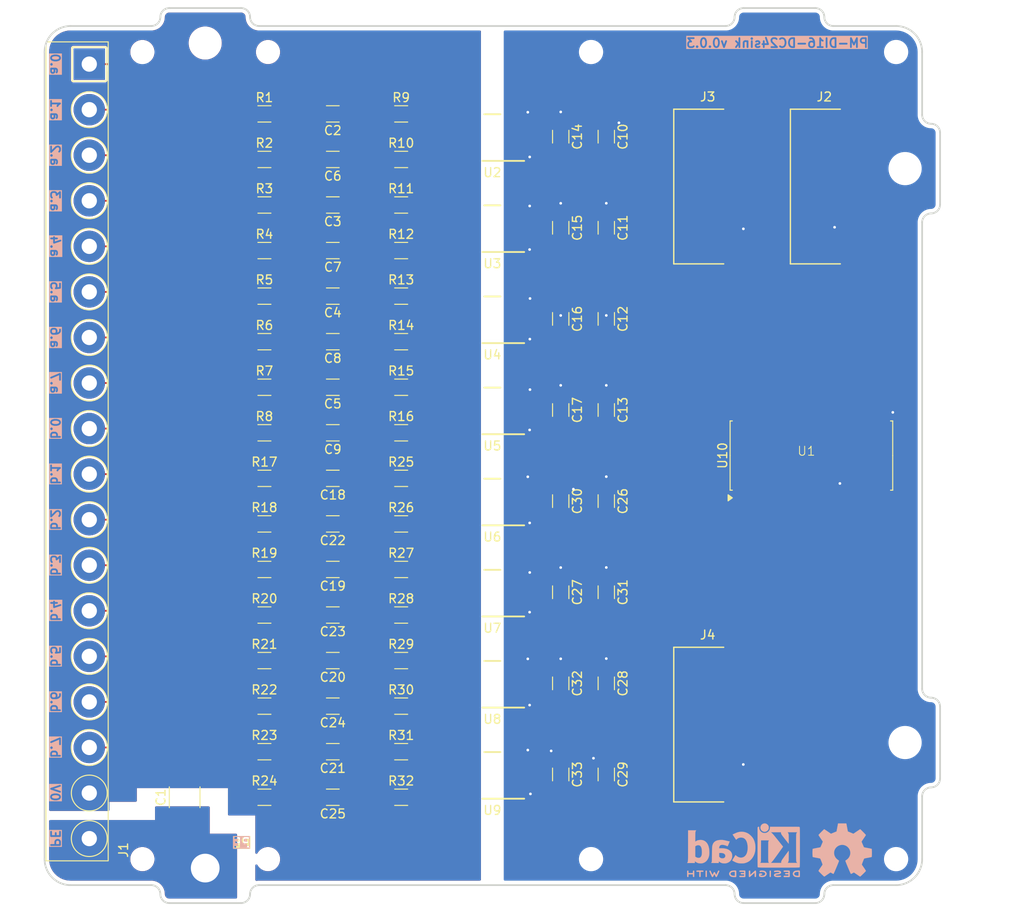
<source format=kicad_pcb>
(kicad_pcb (version 20240108) (generator "pcbnew") (generator_version "8.0")
  (title_block (title "${article} v${version}"))
  (layers (0 "F.Cu" signal) (31 "B.Cu" signal) (34 "B.Paste" user) (35 "F.Paste" user) (36 "B.SilkS" user "B.Silkscreen") (37 "F.SilkS" user "F.Silkscreen") (38 "B.Mask" user) (39 "F.Mask" user) (44 "Edge.Cuts" user))
  (property "article" "PM-DI16-DC24sink")
  (property "version" "0.0.3")
  (net 0 "")
  (net 1 "FGND")
  (net 2 "PE")
  (net 3 "GND")
  (net 4 "/MOSI")
  (net 5 "/MISO")
  (net 6 "/SCK")
  (net 7 "Net-(U2-SENSE2)")
  (net 8 "Net-(U2-SENSE1)")
  (net 9 "Net-(U4-SENSE2)")
  (net 10 "Net-(U4-SENSE1)")
  (net 11 "Net-(U2-IN2)")
  (net 12 "Net-(U2-IN1)")
  (net 13 "Net-(U4-IN2)")
  (net 14 "Net-(U4-IN1)")
  (net 23 "Net-(U3-SENSE2)")
  (net 24 "Net-(U3-SENSE1)")
  (net 25 "Net-(U3-IN2)")
  (net 26 "Net-(U3-IN1)")
  (net 31 "Net-(U6-SENSE2)")
  (net 32 "Net-(U6-SENSE1)")
  (net 33 "Net-(U5-SENSE2)")
  (net 34 "Net-(U5-SENSE1)")
  (net 35 "Net-(U5-IN2)")
  (net 36 "Net-(U5-IN1)")
  (net 41 "Net-(U6-IN2)")
  (net 42 "Net-(U6-IN1)")
  (net 47 "Net-(U7-SENSE2)")
  (net 48 "Net-(U7-SENSE1)")
  (net 49 "Net-(U8-SENSE2)")
  (net 50 "Net-(U8-SENSE1)")
  (net 51 "Net-(U7-IN2)")
  (net 52 "Net-(U7-IN1)")
  (net 53 "Net-(U8-IN2)")
  (net 54 "Net-(U8-IN1)")
  (net 63 "+3.3V")
  (net 65 "Net-(U9-SENSE2)")
  (net 66 "Net-(U9-SENSE1)")
  (net 67 "Net-(U9-IN2)")
  (net 68 "Net-(U9-IN1)")
  (net 74 "/CS")
  (net 79 "/subplates/+5V")
  (net 80 "/a0.0-IS")
  (net 81 "/a0.2-IS")
  (net 82 "/a0.4-IS")
  (net 83 "/a0.1-IS")
  (net 84 "/a0.5-IS")
  (net 85 "/a0.7-IS")
  (net 86 "/a0.6-IS")
  (net 87 "/a0.3-IS")
  (net 88 "/b0.3-IS")
  (net 89 "/b0.2-IS")
  (net 90 "/b0.1-IS")
  (net 91 "/b0.4-IS")
  (net 92 "/b0.0-IS")
  (net 93 "/b0.7-IS")
  (net 94 "/b0.6-IS")
  (net 95 "/b0.5-IS")
  (net 96 "/a0.2")
  (net 97 "/a0.6")
  (net 98 "/b0.5")
  (net 99 "/a0.7")
  (net 100 "/b0.7")
  (net 101 "/a0.5")
  (net 102 "/b0.1")
  (net 103 "/b0.6")
  (net 104 "/b0.4")
  (net 105 "/b0.3")
  (net 106 "/a0.4")
  (net 107 "/b0.0")
  (net 108 "/a0.3")
  (net 109 "/a0.1")
  (net 110 "/b0.2")
  (net 111 "/a0.0")
  (footprint "Resistor_SMD:R_1206_3216Metric_Pad1.30x1.75mm_HandSolder" (layer "F.Cu") (at 65.24 62.7)
    (property "Reference" "R9")
    (property "Value" "562R")
  )
  (footprint "Capacitor_SMD:C_1206_3216Metric_Pad1.33x1.80mm_HandSolder" (layer "F.Cu") (at 88.1 85.56 -90)
    (property "Reference" "C12")
    (property "Value" "100nF")
  )
  (footprint "kicad_inventree_lib:DBQ0016A_M" (layer "F.Cu") (at 75.4 85.56 180)
    (property "Reference" "U4")
    (property "Value" "ISO1212DBQ")
  )
  (footprint "Capacitor_SMD:C_1206_3216Metric_Pad1.33x1.80mm_HandSolder" (layer "F.Cu") (at 57.62 103.34 180)
    (property "Reference" "C18")
    (property "Value" "330nF")
  )
  (footprint "Resistor_SMD:R_1206_3216Metric_Pad1.30x1.75mm_HandSolder" (layer "F.Cu") (at 65.24 118.58)
    (property "Reference" "R28")
    (property "Value" "562R")
  )
  (footprint "Resistor_SMD:R_1206_3216Metric_Pad1.30x1.75mm_HandSolder" (layer "F.Cu") (at 50 72.86)
    (property "Reference" "R3")
    (property "Value" "1k")
  )
  (footprint "Capacitor_SMD:C_1206_3216Metric_Pad1.33x1.80mm_HandSolder" (layer "F.Cu") (at 57.62 72.86 180)
    (property "Reference" "C3")
    (property "Value" "330nF")
  )
  (footprint "Resistor_SMD:R_1206_3216Metric_Pad1.30x1.75mm_HandSolder" (layer "F.Cu") (at 50 138.9)
    (property "Reference" "R24")
    (property "Value" "1k")
  )
  (footprint "Capacitor_SMD:C_1206_3216Metric_Pad1.33x1.80mm_HandSolder" (layer "F.Cu") (at 57.62 77.94 180)
    (property "Reference" "C7")
    (property "Value" "330nF")
  )
  (footprint "Resistor_SMD:R_1206_3216Metric_Pad1.30x1.75mm_HandSolder" (layer "F.Cu") (at 50 83.02)
    (property "Reference" "R5")
    (property "Value" "1k")
  )
  (footprint "Capacitor_SMD:C_1206_3216Metric_Pad1.33x1.80mm_HandSolder" (layer "F.Cu") (at 88.1 136.36 -90)
    (property "Reference" "C29")
    (property "Value" "100nF")
  )
  (footprint "Resistor_SMD:R_1206_3216Metric_Pad1.30x1.75mm_HandSolder" (layer "F.Cu") (at 65.24 123.66)
    (property "Reference" "R29")
    (property "Value" "562R")
  )
  (footprint "Resistor_SMD:R_1206_3216Metric_Pad1.30x1.75mm_HandSolder" (layer "F.Cu") (at 50 98.26)
    (property "Reference" "R8")
    (property "Value" "1k")
  )
  (footprint "Capacitor_SMD:C_1206_3216Metric_Pad1.33x1.80mm_HandSolder" (layer "F.Cu") (at 57.62 108.42 180)
    (property "Reference" "C22")
    (property "Value" "330nF")
  )
  (footprint "Capacitor_SMD:C_1206_3216Metric_Pad1.33x1.80mm_HandSolder" (layer "F.Cu") (at 88.1 126.2 -90)
    (property "Reference" "C28")
    (property "Value" "100nF")
  )
  (footprint "Capacitor_SMD:C_1206_3216Metric_Pad1.33x1.80mm_HandSolder" (layer "F.Cu") (at 57.62 93.18 180)
    (property "Reference" "C5")
    (property "Value" "330nF")
  )
  (footprint "Capacitor_SMD:C_1206_3216Metric_Pad1.33x1.80mm_HandSolder" (layer "F.Cu") (at 83.02 95.72 -90)
    (property "Reference" "C17")
    (property "Value" "1uF")
  )
  (footprint "Capacitor_SMD:C_1206_3216Metric_Pad1.33x1.80mm_HandSolder" (layer "F.Cu") (at 57.62 128.74 180)
    (property "Reference" "C24")
    (property "Value" "330nF")
  )
  (footprint "Resistor_SMD:R_1206_3216Metric_Pad1.30x1.75mm_HandSolder" (layer "F.Cu") (at 50 118.58)
    (property "Reference" "R20")
    (property "Value" "1k")
  )
  (footprint "Resistor_SMD:R_1206_3216Metric_Pad1.30x1.75mm_HandSolder" (layer "F.Cu") (at 65.24 98.26)
    (property "Reference" "R16")
    (property "Value" "562R")
  )
  (footprint "kicad_inventree_lib:CONN10_AFA07-S10_JUS" (layer "F.Cu") (at 98.4 70.8 -90)
    (property "Reference" "J3")
    (property "Value" "AFA07-S10FCC-00")
  )
  (footprint "Resistor_SMD:R_1206_3216Metric_Pad1.30x1.75mm_HandSolder" (layer "F.Cu") (at 65.24 72.86)
    (property "Reference" "R11")
    (property "Value" "562R")
  )
  (footprint "kicad_inventree_lib:DBQ0016A_M" (layer "F.Cu") (at 75.4 126.2 180)
    (property "Reference" "U8")
    (property "Value" "ISO1212DBQ")
  )
  (footprint "Capacitor_SMD:C_1206_3216Metric_Pad1.33x1.80mm_HandSolder" (layer "F.Cu") (at 83.02 65.24 -90)
    (property "Reference" "C14")
    (property "Value" "1uF")
  )
  (footprint "Resistor_SMD:R_1206_3216Metric_Pad1.30x1.75mm_HandSolder" (layer "F.Cu") (at 50 62.7)
    (property "Reference" "R1")
    (property "Value" "1k")
  )
  (footprint "Capacitor_SMD:C_1206_3216Metric_Pad1.33x1.80mm_HandSolder" (layer "F.Cu") (at 57.62 83.02 180)
    (property "Reference" "C4")
    (property "Value" "330nF")
  )
  (footprint "Capacitor_SMD:C_1206_3216Metric_Pad1.33x1.80mm_HandSolder" (layer "F.Cu") (at 57.62 123.66 180)
    (property "Reference" "C20")
    (property "Value" "330nF")
  )
  (footprint "kicad_inventree_lib:PE" (layer "F.Cu") (at 43.4 146.8)
    (property "Reference" "PE1" (hide yes))
    (property "Value" "PE")
  )
  (footprint "Resistor_SMD:R_1206_3216Metric_Pad1.30x1.75mm_HandSolder" (layer "F.Cu") (at 65.24 128.74)
    (property "Reference" "R30")
    (property "Value" "562R")
  )
  (footprint "Capacitor_SMD:C_1206_3216Metric_Pad1.33x1.80mm_HandSolder" (layer "F.Cu") (at 88.1 116.04 -90)
    (property "Reference" "C31")
    (property "Value" "1uF")
  )
  (footprint "Resistor_SMD:R_1206_3216Metric_Pad1.30x1.75mm_HandSolder" (layer "F.Cu") (at 50 108.42)
    (property "Reference" "R18")
    (property "Value" "1k")
  )
  (footprint "NextPCB:Degson_2EDGR-5.08-18P" (layer "F.Cu") (at 30.48 57.15 -90)
    (property "Reference" "J1")
    (property "Value" "2EDGR-5.08-18P")
  )
  (footprint "Capacitor_SMD:C_1206_3216Metric_Pad1.33x1.80mm_HandSolder" (layer "F.Cu") (at 57.62 62.7 180)
    (property "Reference" "C2")
    (property "Value" "330nF")
  )
  (footprint "Resistor_SMD:R_1206_3216Metric_Pad1.30x1.75mm_HandSolder" (layer "F.Cu") (at 65.24 67.78)
    (property "Reference" "R10")
    (property "Value" "562R")
  )
  (footprint "MountingHole:MountingHole_3.2mm_M3" (layer "F.Cu") (at 43.4 54.8)
    (property "Reference" "H1" (hide yes))
    (property "Value" "MountingHole")
  )
  (footprint "Resistor_SMD:R_1206_3216Metric_Pad1.30x1.75mm_HandSolder" (layer "F.Cu") (at 50 103.34)
    (property "Reference" "R17")
    (property "Value" "1k")
  )
  (footprint "kicad_inventree_lib:CONN10_AFA07-S10_JUS" (layer "F.Cu") (at 98.4 130.8 -90)
    (property "Reference" "J4")
    (property "Value" "AFA07-S10FCC-00")
  )
  (footprint "MountingHole:MountingHole_3.2mm_M3" (layer "F.Cu") (at 121.4 132.8)
    (property "Reference" "H3" (hide yes))
    (property "Value" "MountingHole")
  )
  (footprint "kicad_inventree_lib:DBQ0016A_M" (layer "F.Cu") (at 75.4 116.04 180)
    (property "Reference" "U7")
    (property "Value" "ISO1212DBQ")
  )
  (footprint "Capacitor_SMD:C_1206_3216Metric_Pad1.33x1.80mm_HandSolder" (layer "F.Cu") (at 88.1 95.72 -90)
    (property "Reference" "C13")
    (property "Value" "100nF")
  )
  (footprint "Package_SO:SOIC-28W_7.5x17.9mm_P1.27mm" (layer "F.Cu") (at 110.96 100.8 90)
    (property "Reference" "U10")
    (property "Value" "MCP23S17_SO")
  )
  (footprint "Resistor_SMD:R_1206_3216Metric_Pad1.30x1.75mm_HandSolder" (layer "F.Cu") (at 65.24 77.94)
    (property "Reference" "R12")
    (property "Value" "562R")
  )
  (footprint "Capacitor_SMD:C_1206_3216Metric_Pad1.33x1.80mm_HandSolder" (layer "F.Cu") (at 57.62 88.1 180)
    (property "Reference" "C8")
    (property "Value" "330nF")
  )
  (footprint "Resistor_SMD:R_1206_3216Metric_Pad1.30x1.75mm_HandSolder" (layer "F.Cu") (at 50 123.66)
    (property "Reference" "R21")
    (property "Value" "1k")
  )
  (footprint "Capacitor_SMD:C_1206_3216Metric_Pad1.33x1.80mm_HandSolder" (layer "F.Cu") (at 57.62 133.82 180)
    (property "Reference" "C21")
    (property "Value" "330nF")
  )
  (footprint "Resistor_SMD:R_1206_3216Metric_Pad1.30x1.75mm_HandSolder" (layer "F.Cu") (at 50 88.1)
    (property "Reference" "R6")
    (property "Value" "1k")
  )
  (footprint "Resistor_SMD:R_1206_3216Metric_Pad1.30x1.75mm_HandSolder" (layer "F.Cu") (at 65.24 108.42)
    (property "Reference" "R26")
    (property "Value" "562R")
  )
  (footprint "Capacitor_SMD:C_1206_3216Metric_Pad1.33x1.80mm_HandSolder" (layer "F.Cu") (at 83.02 116.04 -90)
    (property "Reference" "C27")
    (property "Value" "100nF")
  )
  (footprint "Resistor_SMD:R_1206_3216Metric_Pad1.30x1.75mm_HandSolder" (layer "F.Cu") (at 50 77.94)
    (property "Reference" "R4")
    (property "Value" "1k")
  )
  (footprint "Capacitor_SMD:C_1812_4532Metric_Pad1.57x3.40mm_HandSolder" (layer "F.Cu") (at 41.11 138.9 90)
    (property "Reference" "C1")
    (property "Value" "4.7nF 2kV")
  )
  (footprint "Resistor_SMD:R_1206_3216Metric_Pad1.30x1.75mm_HandSolder" (layer "F.Cu") (at 50 67.78)
    (property "Reference" "R2")
    (property "Value" "1k")
  )
  (footprint "Resistor_SMD:R_1206_3216Metric_Pad1.30x1.75mm_HandSolder" (layer "F.Cu") (at 50 93.18)
    (property "Reference" "R7")
    (property "Value" "1k")
  )
  (footprint "kicad_inventree_lib:PM-LED_v0.0.1" (layer "F.Cu") (at 40.4 100.8)
    (property "Reference" "U12" (hide yes))
    (property "Value" "PM-LED16_v0.0.1")
  )
  (footprint "Capacitor_SMD:C_1206_3216Metric_Pad1.33x1.80mm_HandSolder" (layer "F.Cu") (at 83.02 75.4 -90)
    (property "Reference" "C15")
    (property "Value" "1uF")
  )
  (footprint "Capacitor_SMD:C_1206_3216Metric_Pad1.33x1.80mm_HandSolder" (layer "F.Cu") (at 57.62 118.58 180)
    (property "Reference" "C23")
    (property "Value" "330nF")
  )
  (footprint "Resistor_SMD:R_1206_3216Metric_Pad1.30x1.75mm_HandSolder" (layer "F.Cu") (at 65.24 138.9)
    (property "Reference" "R32")
    (property "Value" "562R")
  )
  (footprint "Capacitor_SMD:C_1206_3216Metric_Pad1.33x1.80mm_HandSolder" (layer "F.Cu") (at 57.62 138.9 180)
    (property "Reference" "C25")
    (property "Value" "330nF")
  )
  (footprint "Capacitor_SMD:C_1206_3216Metric_Pad1.33x1.80mm_HandSolder" (layer "F.Cu") (at 83.02 126.2 -90)
    (property "Reference" "C32")
    (property "Value" "1uF")
  )
  (footprint "Capacitor_SMD:C_1206_3216Metric_Pad1.33x1.80mm_HandSolder" (layer "F.Cu") (at 88.1 75.4 -90)
    (property "Reference" "C11")
    (property "Value" "100nF")
  )
  (footprint "Capacitor_SMD:C_1206_3216Metric_Pad1.33x1.80mm_HandSolder" (layer "F.Cu") (at 88.1 65.24 -90)
    (property "Reference" "C10")
    (property "Value" "100nF")
  )
  (footprint "kicad_inventree_lib:DBQ0016A_M" (layer "F.Cu") (at 75.4 105.88 180)
    (property "Reference" "U6")
    (property "Value" "ISO1212DBQ")
  )
  (footprint "Capacitor_SMD:C_1206_3216Metric_Pad1.33x1.80mm_HandSolder" (layer "F.Cu") (at 83.02 85.56 -90)
    (property "Reference" "C16")
    (property "Value" "1uF")
  )
  (footprint "Resistor_SMD:R_1206_3216Metric_Pad1.30x1.75mm_HandSolder" (layer "F.Cu") (at 65.24 113.5)
    (property "Reference" "R27")
    (property "Value" "562R")
  )
  (footprint "Capacitor_SMD:C_1206_3216Metric_Pad1.33x1.80mm_HandSolder" (layer "F.Cu") (at 57.62 98.26 180)
    (property "Reference" "C9")
    (property "Value" "330nF")
  )
  (footprint "Capacitor_SMD:C_1206_3216Metric_Pad1.33x1.80mm_HandSolder" (layer "F.Cu") (at 83.02 105.88 -90)
    (property "Reference" "C30")
    (property "Value" "1uF")
  )
  (footprint "kicad_inventree_lib:DBQ0016A_M" (layer "F.Cu") (at 75.4 75.4 180)
    (property "Reference" "U3")
    (property "Value" "ISO1212DBQ")
  )
  (footprint "Capacitor_SMD:C_1206_3216Metric_Pad1.33x1.80mm_HandSolder" (layer "F.Cu") (at 57.62 67.78 180)
    (property "Reference" "C6")
    (property "Value" "330nF")
  )
  (footprint "Resistor_SMD:R_1206_3216Metric_Pad1.30x1.75mm_HandSolder" (layer "F.Cu") (at 65.24 93.18)
    (property "Reference" "R15")
    (property "Value" "562R")
  )
  (footprint "kicad_inventree_lib:DBQ0016A_M" (layer "F.Cu") (at 75.4 95.72 180)
    (property "Reference" "U5")
    (property "Value" "ISO1212DBQ")
  )
  (footprint "kicad_inventree_lib:DBQ0016A_M" (layer "F.Cu") (at 75.4 136.36 180)
    (property "Reference" "U9")
    (property "Value" "ISO1212DBQ")
  )
  (footprint "kicad_inventree_lib:DBQ0016A_M" (layer "F.Cu") (at 75.4 65.24 180)
    (property "Reference" "U2")
    (property "Value" "ISO1212DBQ")
  )
  (footprint "kicad_inventree_lib:CONN10_AFA07-S10_JUS" (layer "F.Cu") (at 111.4 70.8 -90)
    (property "Reference" "J2")
    (property "Value" "AFA07-S10FCC-00")
  )
  (footprint "Resistor_SMD:R_1206_3216Metric_Pad1.30x1.75mm_HandSolder" (layer "F.Cu") (at 65.24 133.82)
    (property "Reference" "R31")
    (property "Value" "562R")
  )
  (footprint "Capacitor_SMD:C_1206_3216Metric_Pad1.33x1.80mm_HandSolder" (layer "F.Cu") (at 83.02 136.36 -90)
    (property "Reference" "C33")
    (property "Value" "1uF")
  )
  (footprint "Resistor_SMD:R_1206_3216Metric_Pad1.30x1.75mm_HandSolder" (layer "F.Cu") (at 65.24 83.02)
    (property "Reference" "R13")
    (property "Value" "562R")
  )
  (footprint "Resistor_SMD:R_1206_3216Metric_Pad1.30x1.75mm_HandSolder" (layer "F.Cu") (at 65.24 103.34)
    (property "Reference" "R25")
    (property "Value" "562R")
  )
  (footprint "Resistor_SMD:R_1206_3216Metric_Pad1.30x1.75mm_HandSolder" (layer "F.Cu") (at 65.24 88.1)
    (property "Reference" "R14")
    (property "Value" "562R")
  )
  (footprint "MountingHole:MountingHole_3.2mm_M3" (layer "F.Cu") (at 121.4 68.8)
    (property "Reference" "H2" (hide yes))
    (property "Value" "MountingHole")
  )
  (footprint "Capacitor_SMD:C_1206_3216Metric_Pad1.33x1.80mm_HandSolder" (layer "F.Cu") (at 88.1 105.88 -90)
    (property "Reference" "C26")
    (property "Value" "100nF")
  )
  (footprint "Resistor_SMD:R_1206_3216Metric_Pad1.30x1.75mm_HandSolder" (layer "F.Cu") (at 50 133.82)
    (property "Reference" "R23")
    (property "Value" "1k")
  )
  (footprint "Resistor_SMD:R_1206_3216Metric_Pad1.30x1.75mm_HandSolder" (layer "F.Cu") (at 50 113.5)
    (property "Reference" "R19")
    (property "Value" "1k")
  )
  (footprint "Resistor_SMD:R_1206_3216Metric_Pad1.30x1.75mm_HandSolder" (layer "F.Cu") (at 50 128.74)
    (property "Reference" "R22")
    (property "Value" "1k")
  )
  (footprint "kicad_inventree_lib:PM-ESP32C3_v0.0.2" (layer "F.Cu") (at 110.4 100.8)
    (property "Reference" "U1")
    (property "Value" "~")
  )
  (footprint "Capacitor_SMD:C_1206_3216Metric_Pad1.33x1.80mm_HandSolder" (layer "F.Cu") (at 57.62 113.5 180)
    (property "Reference" "C19")
    (property "Value" "330nF")
  )
  (footprint "Symbol:OSHW-Symbol_6.7x6mm_SilkScreen" (layer "B.Cu") (at 114.4 144.8 180)
    (property "Reference" "oshw_logo" (hide yes))
    (property "Value" "OSHW-Symbol_6.7x6mm_SilkScreen" (hide yes))
  )
  (footprint "Symbol:KiCad-Logo2_5mm_SilkScreen" (layer "B.Cu") (at 103.4 144.8 180)
    (property "Reference" "kicad_logo" (hide yes))
    (property "Value" "KiCad-Logo2_5mm_SilkScreen" (hide yes))
  )
  (gr_line (start 47.4 150.7) (end 39.4 150.7) (stroke (width 0.2)) (layer "Edge.Cuts"))
  (gr_line (start 39.4 50.9) (end 47.4 50.9) (stroke (width 0.2)) (layer "Edge.Cuts"))
  (gr_arc (start 111.4 50.9) (mid 112.107107 51.192893) (end 112.4 51.9) (stroke (width 0.2)) (layer "Edge.Cuts"))
  (gr_arc (start 47.4 50.9) (mid 48.107107 51.192893) (end 48.4 51.9) (stroke (width 0.2)) (layer "Edge.Cuts"))
  (gr_line (start 103.4 50.9) (end 111.4 50.9) (stroke (width 0.2)) (layer "Edge.Cuts"))
  (gr_line (start 101.4 52.9) (end 49.4 52.9) (stroke (width 0.2)) (layer "Edge.Cuts"))
  (gr_line (start 125.3 128.8) (end 125.3 136.8) (stroke (width 0.2)) (layer "Edge.Cuts"))
  (gr_arc (start 124.3 63.8) (mid 125.007107 64.092893) (end 125.3 64.8) (stroke (width 0.2)) (layer "Edge.Cuts"))
  (gr_arc (start 102.4 51.9) (mid 102.692893 51.192893) (end 103.4 50.9) (stroke (width 0.2)) (layer "Edge.Cuts"))
  (gr_arc (start 124.3 127.8) (mid 123.592893 127.507107) (end 123.3 126.8) (stroke (width 0.2)) (layer "Edge.Cuts"))
  (gr_line (start 113.4 52.9) (end 120.4 52.9) (stroke (width 0.2)) (layer "Edge.Cuts"))
  (gr_line (start 123.3 55.8) (end 123.3 62.8) (stroke (width 0.2)) (layer "Edge.Cuts"))
  (gr_arc (start 38.4 51.9) (mid 38.107107 52.607107) (end 37.4 52.9) (stroke (width 0.2)) (layer "Edge.Cuts"))
  (gr_arc (start 49.4 52.9) (mid 48.692893 52.607107) (end 48.4 51.9) (stroke (width 0.2)) (layer "Edge.Cuts"))
  (gr_line (start 25.5 55.8) (end 25.5 145.8) (stroke (width 0.2)) (layer "Edge.Cuts"))
  (gr_line (start 28.4 52.9) (end 37.4 52.9) (stroke (width 0.2)) (layer "Edge.Cuts"))
  (gr_arc (start 125.3 72.8) (mid 125.007107 73.507107) (end 124.3 73.8) (stroke (width 0.2)) (layer "Edge.Cuts"))
  (gr_line (start 37.4 148.7) (end 28.4 148.7) (stroke (width 0.2)) (layer "Edge.Cuts"))
  (gr_arc (start 112.4 149.7) (mid 112.692893 148.992893) (end 113.4 148.7) (stroke (width 0.2)) (layer "Edge.Cuts"))
  (gr_arc (start 37.4 148.7) (mid 38.107107 148.992893) (end 38.4 149.7) (stroke (width 0.2)) (layer "Edge.Cuts"))
  (gr_line (start 120.4 148.7) (end 113.4 148.7) (stroke (width 0.2)) (layer "Edge.Cuts"))
  (gr_arc (start 123.3 138.8) (mid 123.592893 138.092893) (end 124.3 137.8) (stroke (width 0.2)) (layer "Edge.Cuts"))
  (gr_arc (start 48.4 149.7) (mid 48.107107 150.407107) (end 47.4 150.7) (stroke (width 0.2)) (layer "Edge.Cuts"))
  (gr_arc (start 120.4 52.9) (mid 122.45061 53.74939) (end 123.3 55.8) (stroke (width 0.2)) (layer "Edge.Cuts"))
  (gr_arc (start 113.4 52.9) (mid 112.692893 52.607107) (end 112.4 51.9) (stroke (width 0.2)) (layer "Edge.Cuts"))
  (gr_arc (start 125.3 136.8) (mid 125.007107 137.507107) (end 124.3 137.8) (stroke (width 0.2)) (layer "Edge.Cuts"))
  (gr_arc (start 123.3 74.8) (mid 123.592893 74.092893) (end 124.3 73.8) (stroke (width 0.2)) (layer "Edge.Cuts"))
  (gr_arc (start 102.4 51.9) (mid 102.107107 52.607107) (end 101.4 52.9) (stroke (width 0.2)) (layer "Edge.Cuts"))
  (gr_line (start 111.4 150.7) (end 103.4 150.7) (stroke (width 0.2)) (layer "Edge.Cuts"))
  (gr_line (start 123.3 138.8) (end 123.3 145.8) (stroke (width 0.2)) (layer "Edge.Cuts"))
  (gr_arc (start 123.3 145.8) (mid 122.45061 147.85061) (end 120.4 148.7) (stroke (width 0.2)) (layer "Edge.Cuts"))
  (gr_arc (start 48.4 149.7) (mid 48.692893 148.992893) (end 49.4 148.7) (stroke (width 0.2)) (layer "Edge.Cuts"))
  (gr_arc (start 38.4 51.9) (mid 38.692893 51.192893) (end 39.4 50.9) (stroke (width 0.2)) (layer "Edge.Cuts"))
  (gr_arc (start 25.5 55.8) (mid 26.34939 53.74939) (end 28.4 52.9) (stroke (width 0.2)) (layer "Edge.Cuts"))
  (gr_arc (start 39.4 150.7) (mid 38.692893 150.407107) (end 38.4 149.7) (stroke (width 0.2)) (layer "Edge.Cuts"))
  (gr_arc (start 103.4 150.7) (mid 102.692893 150.407107) (end 102.4 149.7) (stroke (width 0.2)) (layer "Edge.Cuts"))
  (gr_arc (start 124.3 127.8) (mid 125.007107 128.092893) (end 125.3 128.8) (stroke (width 0.2)) (layer "Edge.Cuts"))
  (gr_arc (start 112.4 149.7) (mid 112.107107 150.407107) (end 111.4 150.7) (stroke (width 0.2)) (layer "Edge.Cuts"))
  (gr_arc (start 101.4 148.7) (mid 102.107107 148.992893) (end 102.4 149.7) (stroke (width 0.2)) (layer "Edge.Cuts"))
  (gr_line (start 125.3 64.8) (end 125.3 72.8) (stroke (width 0.2)) (layer "Edge.Cuts"))
  (gr_arc (start 124.3 63.8) (mid 123.592893 63.507107) (end 123.3 62.8) (stroke (width 0.2)) (layer "Edge.Cuts"))
  (gr_line (start 49.4 148.7) (end 101.4 148.7) (stroke (width 0.2)) (layer "Edge.Cuts"))
  (gr_line (start 123.3 126.8) (end 123.3 74.8) (stroke (width 0.2)) (layer "Edge.Cuts"))
  (gr_arc (start 28.4 148.7) (mid 26.34939 147.85061) (end 25.5 145.8) (stroke (width 0.2)) (layer "Edge.Cuts"))
  (gr_text "b.0" (at 26.67 97.79 270) (layer "B.SilkS" knockout) (effects (font (size 1 1) (thickness 0.2) (bold yes)) (justify mirror)))
  (gr_text "a.2" (at 26.67 67.31 270) (layer "B.SilkS" knockout) (effects (font (size 1 1) (thickness 0.2) (bold yes)) (justify mirror)))
  (gr_text "a.5" (at 26.67 82.55 270) (layer "B.SilkS" knockout) (effects (font (size 1 1) (thickness 0.2) (bold yes)) (justify mirror)))
  (gr_text "a.6" (at 26.67 87.63 270) (layer "B.SilkS" knockout) (effects (font (size 1 1) (thickness 0.2) (bold yes)) (justify mirror)))
  (gr_text "PE" (at 26.67 143.51 270) (layer "B.SilkS" knockout) (effects (font (size 1 1) (thickness 0.2) (bold yes)) (justify mirror)))
  (gr_text "0V" (at 26.67 138.43 270) (layer "B.SilkS" knockout) (effects (font (size 1 1) (thickness 0.2) (bold yes)) (justify mirror)))
  (gr_text "a.4" (at 26.67 77.47 270) (layer "B.SilkS" knockout) (effects (font (size 1 1) (thickness 0.2) (bold yes)) (justify mirror)))
  (gr_text "b.3" (at 26.67 113.03 270) (layer "B.SilkS" knockout) (effects (font (size 1 1) (thickness 0.2) (bold yes)) (justify mirror)))
  (gr_text "b.1" (at 26.67 102.87 270) (layer "B.SilkS" knockout) (effects (font (size 1 1) (thickness 0.2) (bold yes)) (justify mirror)))
  (gr_text "a.0" (at 26.67 57.15 270) (layer "B.SilkS" knockout) (effects (font (size 1 1) (thickness 0.2) (bold yes)) (justify mirror)))
  (gr_text "b.5" (at 26.67 123.19 270) (layer "B.SilkS" knockout) (effects (font (size 1 1) (thickness 0.2) (bold yes)) (justify mirror)))
  (gr_text "a.7" (at 26.67 92.71 270) (layer "B.SilkS" knockout) (effects (font (size 1 1) (thickness 0.2) (bold yes)) (justify mirror)))
  (gr_text "b.7" (at 26.67 133.35 270) (layer "B.SilkS" knockout) (effects (font (size 1 1) (thickness 0.2) (bold yes)) (justify mirror)))
  (gr_text "b.4" (at 26.67 118.11 270) (layer "B.SilkS" knockout) (effects (font (size 1 1) (thickness 0.2) (bold yes)) (justify mirror)))
  (gr_text "a.1" (at 26.67 62.23 270) (layer "B.SilkS" knockout) (effects (font (size 1 1) (thickness 0.2) (bold yes)) (justify mirror)))
  (gr_text "${article} v${version}" (at 117.4 54.8 0) (layer "B.SilkS" knockout) (effects (font (size 1 1) (thickness 0.2) (bold yes)) (justify left mirror)))
  (gr_text "a.3" (at 26.67 72.39 270) (layer "B.SilkS" knockout) (effects (font (size 1 1) (thickness 0.2) (bold yes)) (justify mirror)))
  (gr_text "b.6" (at 26.67 128.27 270) (layer "B.SilkS" knockout) (effects (font (size 1 1) (thickness 0.2) (bold yes)) (justify mirror)))
  (gr_text "PE" (at 47.46 143.98 -0) (layer "B.SilkS" knockout) (effects (font (size 1 1) (thickness 0.2) (bold yes)) (justify mirror)))
  (gr_text "b.2" (at 26.67 107.95 270) (layer "B.SilkS" knockout) (effects (font (size 1 1) (thickness 0.2) (bold yes)) (justify mirror)))
  (gr_text "PE" (at 47.46 143.98 0) (layer "F.SilkS" knockout) (effects (font (size 1 1) (thickness 0.2) (bold yes))))
  (segment (start 79.5798 87.815) (end 79.3842 87.815) (width 0.2) (layer "F.Cu") (net 3))
  (segment (start 79.3517 62.5144) (end 79.3517 63.0175) (width 0.2) (layer "F.Cu") (net 3))
  (segment (start 101.956 75.3) (end 103.1594 75.3) (width 0.2) (layer "F.Cu") (net 3))
  (segment (start 79.3517 123.47) (end 79.3517 123.9775) (width 0.2) (layer "F.Cu") (net 3))
  (segment (start 79.5532 77.824) (end 79.3517 77.6225) (width 0.2) (layer "F.Cu") (net 3))
  (segment (start 103.3681 135.247) (end 103.2124 135.247) (width 0.2) (layer "F.Cu") (net 3))
  (segment (start 88.1 83.9975) (end 88.1 85.1739) (width 0.2) (layer "F.Cu") (net 3))
  (segment (start 78.225 63.0175) (end 79.3517 63.0175) (width 0.2) (layer "F.Cu") (net 3))
  (segment (start 83.02 123.4609) (end 83.02 124.6375) (width 0.2) (layer "F.Cu") (net 3))
  (segment (start 79.6459 138.5288) (end 79.4054 138.5288) (width 0.2) (layer "F.Cu") (net 3))
  (segment (start 84.433 104.5454) (end 83.2479 104.5454) (width 0.2) (layer "F.Cu") (net 3))
  (segment (start 78.225 113.8175) (end 79.3517 113.8175) (width 0.2) (layer "F.Cu") (net 3))
  (segment (start 101.956 135.3) (end 103.1594 135.3) (width 0.2) (layer "F.Cu") (net 3))
  (segment (start 79.5642 67.5017) (end 79.3909 67.5017) (width 0.2) (layer "F.Cu") (net 3))
  (segment (start 78.225 93.4975) (end 79.3517 93.4975) (width 0.2) (layer "F.Cu") (net 3))
  (segment (start 86.6713 134.5476) (end 87.8501 134.5476) (width 0.2) (layer "F.Cu") (net 3))
  (segment (start 88.1 94.1575) (end 88.1 92.9694) (width 0.2) (layer "F.Cu") (net 3))
  (segment (start 103.3779 75.5185) (end 103.1594 75.3) (width 0.2) (layer "F.Cu") (net 3))
  (segment (start 79.3842 87.815) (end 79.3517 87.7825) (width 0.2) (layer "F.Cu") (net 3))
  (segment (start 81.9554 133.7329) (end 83.02 134.7975) (width 0.2) (layer "F.Cu") (net 3))
  (segment (start 79.3517 103.1665) (end 79.3517 103.6575) (width 0.2) (layer "F.Cu") (net 3))
  (segment (start 78.225 77.6225) (end 79.3517 77.6225) (width 0.2) (layer "F.Cu") (net 3))
  (segment (start 79.5559 97.9418) (end 79.3524 97.9418) (width 0.2) (layer "F.Cu") (net 3))
  (segment (start 78.225 103.6575) (end 79.3517 103.6575) (width 0.2) (layer "F.Cu") (net 3))
  (segment (start 78.225 87.7825) (end 79.3517 87.7825) (width 0.2) (layer "F.Cu") (net 3))
  (segment (start 79.3909 67.5017) (end 79.3517 67.4625) (width 0.2) (layer "F.Cu") (net 3))
  (segment (start 83.02 72.6683) (end 83.02 73.8375) (width 0.2) (layer "F.Cu") (net 3))
  (segment (start 78.225 67.4625) (end 79.3517 67.4625) (width 0.2) (layer "F.Cu") (net 3))
  (segment (start 83.2479 104.5454) (end 83.02 104.3175) (width 0.2) (layer "F.Cu") (net 3))
  (segment (start 113.5422 75.3417) (end 113.7109 75.3417) (width 0.2) (layer "F.Cu") (net 3))
  (segment (start 87.8501 134.5476) (end 88.1 134.7975) (width 0.2) (layer "F.Cu") (net 3))
  (segment (start 78.225 134.1375) (end 79.3517 134.1375) (width 0.2) (layer "F.Cu") (net 3))
  (segment (start 119.215 96.15) (end 116.675 96.15) (width 0.2) (layer "F.Cu") (net 3))
  (segment (start 78.225 97.9425) (end 79.3517 97.9425) (width 0.2) (layer "F.Cu") (net 3))
  (segment (start 83.02 114.4775) (end 83.02 113.2892) (width 0.2) (layer "F.Cu") (net 3))
  (segment (start 83.02 62.4825) (end 83.02 63.6775) (width 0.2) (layer "F.Cu") (net 3))
  (segment (start 114.135 103.9107) (end 114.135 105.45) (width 0.2) (layer "F.Cu") (net 3))
  (segment (start 79.3724 113.8382) (end 79.3517 113.8175) (width 0.2) (layer "F.Cu") (net 3))
  (segment (start 78.225 73.1775) (end 79.3517 73.1775) (width 0.2) (layer "F.Cu") (net 3))
  (segment (start 79.5605 108.3113) (end 79.3517 108.1025) (width 0.2) (layer "F.Cu") (net 3))
  (segment (start 79.4029 83.2863) (end 79.3517 83.3375) (width 0.2) (layer "F.Cu") (net 3))
  (segment (start 113.7109 75.3417) (end 113.7526 75.3) (width 0.2) (layer "F.Cu") (net 3))
  (segment (start 79.5999 83.2863) (end 79.4029 83.2863) (width 0.2) (layer "F.Cu") (net 3))
  (segment (start 103.2124 135.247) (end 103.1594 135.3) (width 0.2) (layer "F.Cu") (net 3))
  (segment (start 114.956 75.3) (end 113.7526 75.3) (width 0.2) (layer "F.Cu") (net 3))
  (segment (start 119.3833 95.9817) (end 119.215 96.15) (width 0.2) (layer "F.Cu") (net 3))
  (segment (start 78.225 138.5825) (end 79.3517 138.5825) (width 0.2) (layer "F.Cu") (net 3))
  (segment (start 79.3517 133.6388) (end 79.3517 134.1375) (width 0.2) (layer "F.Cu") (net 3))
  (segment (start 79.3524 97.9418) (end 79.3517 97.9425) (width 0.2) (layer "F.Cu") (net 3))
  (segment (start 88.1 103.1513) (end 88.1 104.3175) (width 0.2) (layer "F.Cu") (net 3))
  (segment (start 78.225 123.9775) (end 79.3517 123.9775) (width 0.2) (layer "F.Cu") (net 3))
  (segment (start 120.0312 95.9817) (end 119.3833 95.9817) (width 0.2) (layer "F.Cu") (net 3))
  (segment (start 79.4026 93.4466) (end 79.3517 93.4975) (width 0.2) (layer "F.Cu") (net 3))
  (segment (start 83.02 94.1575) (end 83.02 92.9683) (width 0.2) (layer "F.Cu") (net 3))
  (segment (start 88.1 73.8375) (end 88.1 72.6649) (width 0.2) (layer "F.Cu") (net 3))
  (segment (start 83.02 83.9975) (end 83.02 85.1773) (width 0.2) (layer "F.Cu") (net 3))
  (segment (start 88.1157 63.6932) (end 88.1 63.6775) (width 0.2) (layer "F.Cu") (net 3))
  (segment (start 88.1 123.4404) (end 88.1 124.6375) (width 0.2) (layer "F.Cu") (net 3))
  (segment (start 79.5936 93.4466) (end 79.4026 93.4466) (width 0.2) (layer "F.Cu") (net 3))
  (segment (start 79.5546 128.6254) (end 79.3517 128.4225) (width 0.2) (layer "F.Cu") (net 3))
  (segment (start 79.5687 113.8382) (end 79.3724 113.8382) (width 0.2) (layer "F.Cu") (net 3))
  (segment (start 79.5613 72.9679) (end 79.3517 73.1775) (width 0.2) (layer "F.Cu") (net 3))
  (segment (start 78.225 83.3375) (end 79.3517 83.3375) (width 0.2) (layer "F.Cu") (net 3))
  (segment (start 78.225 118.2625) (end 79.5541 118.2625) (width 0.2) (layer "F.Cu") (net 3))
  (segment (start 88.1 113.2797) (end 88.1 114.4775) (width 0.2) (layer "F.Cu") (net 3))
  (segment (start 78.225 128.4225) (end 79.3517 128.4225) (width 0.2) (layer "F.Cu") (net 3))
  (segment (start 89.5088 63.6932) (end 88.1157 63.6932) (width 0.2) (layer "F.Cu") (net 3))
  (segment (start 79.4054 138.5288) (end 79.3517 138.5825) (width 0.2) (layer "F.Cu") (net 3))
  (segment (start 78.225 108.1025) (end 79.3517 108.1025) (width 0.2) (layer "F.Cu") (net 3))
  (via (at 79.5936 93.4466) (size 0.6) (drill 0.3) (layers "F.Cu" "B.Cu") (net 3))
  (via (at 79.5541 118.2625) (size 0.6) (drill 0.3) (layers "F.Cu" "B.Cu") (net 3))
  (via (at 103.3779 75.5185) (size 0.6) (drill 0.3) (layers "F.Cu" "B.Cu") (net 3))
  (via (at 79.3517 103.1665) (size 0.6) (drill 0.3) (layers "F.Cu" "B.Cu") (net 3))
  (via (at 83.02 85.1773) (size 0.6) (drill 0.3) (layers "F.Cu" "B.Cu") (net 3))
  (via (at 79.3517 123.47) (size 0.6) (drill 0.3) (layers "F.Cu" "B.Cu") (net 3))
  (via (at 88.1 72.6649) (size 0.6) (drill 0.3) (layers "F.Cu" "B.Cu") (net 3))
  (via (at 83.02 123.4609) (size 0.6) (drill 0.3) (layers "F.Cu" "B.Cu") (net 3))
  (via (at 89.5088 63.6932) (size 0.6) (drill 0.3) (layers "F.Cu" "B.Cu") (net 3))
  (via (at 83.02 62.4825) (size 0.6) (drill 0.3) (layers "F.Cu" "B.Cu") (net 3))
  (via (at 79.5613 72.9679) (size 0.6) (drill 0.3) (layers "F.Cu" "B.Cu") (net 3))
  (via (at 79.6459 138.5288) (size 0.6) (drill 0.3) (layers "F.Cu" "B.Cu") (net 3))
  (via (at 86.6713 134.5476) (size 0.6) (drill 0.3) (layers "F.Cu" "B.Cu") (net 3))
  (via (at 103.3681 135.247) (size 0.6) (drill 0.3) (layers "F.Cu" "B.Cu") (net 3))
  (via (at 88.1 113.2797) (size 0.6) (drill 0.3) (layers "F.Cu" "B.Cu") (net 3))
  (via (at 79.3517 133.6388) (size 0.6) (drill 0.3) (layers "F.Cu" "B.Cu") (net 3))
  (via (at 83.02 72.6683) (size 0.6) (drill 0.3) (layers "F.Cu" "B.Cu") (net 3))
  (via (at 83.02 92.9683) (size 0.6) (drill 0.3) (layers "F.Cu" "B.Cu") (net 3))
  (via (at 84.433 104.5454) (size 0.6) (drill 0.3) (layers "F.Cu" "B.Cu") (net 3))
  (via (at 79.3517 62.5144) (size 0.6) (drill 0.3) (layers "F.Cu" "B.Cu") (net 3))
  (via (at 83.02 113.2892) (size 0.6) (drill 0.3) (layers "F.Cu" "B.Cu") (net 3))
  (via (at 79.5559 97.9418) (size 0.6) (drill 0.3) (layers "F.Cu" "B.Cu") (net 3))
  (via (at 114.135 103.9107) (size 0.6) (drill 0.3) (layers "F.Cu" "B.Cu") (net 3))
  (via (at 79.5605 108.3113) (size 0.6) (drill 0.3) (layers "F.Cu" "B.Cu") (net 3))
  (via (at 120.0312 95.9817) (size 0.6) (drill 0.3) (layers "F.Cu" "B.Cu") (net 3))
  (via (at 79.5999 83.2863) (size 0.6) (drill 0.3) (layers "F.Cu" "B.Cu") (net 3))
  (via (at 113.5422 75.3417) (size 0.6) (drill 0.3) (layers "F.Cu" "B.Cu") (net 3))
  (via (at 79.5546 128.6254) (size 0.6) (drill 0.3) (layers "F.Cu" "B.Cu") (net 3))
  (via (at 88.1 85.1739) (size 0.6) (drill 0.3) (layers "F.Cu" "B.Cu") (net 3))
  (via (at 88.1 92.9694) (size 0.6) (drill 0.3) (layers "F.Cu" "B.Cu") (net 3))
  (via (at 88.1 123.4404) (size 0.6) (drill 0.3) (layers "F.Cu" "B.Cu") (net 3))
  (via (at 79.5532 77.824) (size 0.6) (drill 0.3) (layers "F.Cu" "B.Cu") (net 3))
  (via (at 88.1 103.1513) (size 0.6) (drill 0.3) (layers "F.Cu" "B.Cu") (net 3))
  (via (at 81.9554 133.7329) (size 0.6) (drill 0.3) (layers "F.Cu" "B.Cu") (net 3))
  (via (at 79.5642 67.5017) (size 0.6) (drill 0.3) (layers "F.Cu" "B.Cu") (net 3))
  (via (at 79.5687 113.8382) (size 0.6) (drill 0.3) (layers "F.Cu" "B.Cu") (net 3))
  (via (at 79.5798 87.815) (size 0.6) (drill 0.3) (layers "F.Cu" "B.Cu") (net 3))
  (segment (start 116.1594 68.3) (end 121.4601 73.6007) (width 0.2) (layer "F.Cu") (net 4))
  (segment (start 119.503 106.8317) (end 118.8964 106.8317) (width 0.2) (layer "F.Cu") (net 4))
  (segment (start 118.8964 106.8317) (end 117.945 105.8803) (width 0.2) (layer "F.Cu") (net 4))
  (segment (start 114.956 68.3) (end 116.1594 68.3) (width 0.2) (layer "F.Cu") (net 4))
  (segment (start 121.4601 104.8746) (end 119.503 106.8317) (width 0.2) (layer "F.Cu") (net 4))
  (segment (start 117.945 105.8803) (end 117.945 105.45) (width 0.2) (layer "F.Cu") (net 4))
  (segment (start 121.4601 73.6007) (end 121.4601 104.8746) (width 0.2) (layer "F.Cu") (net 4))
  (segment (start 119.215 105.45) (end 121.0457 103.6193) (width 0.2) (layer "F.Cu") (net 5))
  (segment (start 121.0457 103.6193) (end 121.0457 74.1863) (width 0.2) (layer "F.Cu") (net 5))
  (segment (start 121.0457 74.1863) (end 116.1594 69.3) (width 0.2) (layer "F.Cu") (net 5))
  (segment (start 114.956 69.3) (end 116.1594 69.3) (width 0.2) (layer "F.Cu") (net 5))
  (segment (start 116.1594 70.3) (end 120.644 74.7846) (width 0.2) (layer "F.Cu") (net 6))
  (segment (start 120.644 74.7846) (end 120.644 97.0876) (width 0.2) (layer "F.Cu") (net 6))
  (segment (start 120.644 97.0876) (end 116.675 101.0566) (width 0.2) (layer "F.Cu") (net 6))
  (segment (start 116.675 101.0566) (end 116.675 105.45) (width 0.2) (layer "F.Cu") (net 6))
  (segment (start 114.956 70.3) (end 116.1594 70.3) (width 0.2) (layer "F.Cu") (net 6))
  (segment (start 52.8025 63.9525) (end 57.93 63.9525) (width 0.2) (layer "F.Cu") (net 7))
  (segment (start 65.2775 64.2875) (end 63.69 62.7) (width 0.2) (layer "F.Cu") (net 7))
  (segment (start 59.1825 62.7) (end 63.69 62.7) (width 0.2) (layer "F.Cu") (net 7))
  (segment (start 57.93 63.9525) (end 59.1825 62.7) (width 0.2) (layer "F.Cu") (net 7))
  (segment (start 51.55 62.7) (end 52.8025 63.9525) (width 0.2) (layer "F.Cu") (net 7))
  (segment (start 72.575 64.2875) (end 65.2775 64.2875) (width 0.2) (layer "F.Cu") (net 7))
  (segment (start 57.9302 69.0323) (end 52.8023 69.0323) (width 0.2) (layer "F.Cu") (net 8))
  (segment (start 63.69 67.78) (end 64.8806 68.9706) (width 0.2) (layer "F.Cu") (net 8))
  (segment (start 52.8023 69.0323) (end 51.55 67.78) (width 0.2) (layer "F.Cu") (net 8))
  (segment (start 72.575 67.4625) (end 71.4483 67.4625) (width 0.2) (layer "F.Cu") (net 8))
  (segment (start 59.1825 67.78) (end 63.69 67.78) (width 0.2) (layer "F.Cu") (net 8))
  (segment (start 69.9402 68.9706) (end 71.4483 67.4625) (width 0.2) (layer "F.Cu") (net 8))
  (segment (start 59.1825 67.78) (end 57.9302 69.0323) (width 0.2) (layer "F.Cu") (net 8))
  (segment (start 64.8806 68.9706) (end 69.9402 68.9706) (width 0.2) (layer "F.Cu") (net 8))
  (segment (start 63.69 83.02) (end 59.1825 83.02) (width 0.2) (layer "F.Cu") (net 9))
  (segment (start 72.575 84.6075) (end 65.2775 84.6075) (width 0.2) (layer "F.Cu") (net 9))
  (segment (start 59.1825 83.02) (end 57.9218 84.2807) (width 0.2) (layer "F.Cu") (net 9))
  (segment (start 65.2775 84.6075) (end 63.69 83.02) (width 0.2) (layer "F.Cu") (net 9))
  (segment (start 52.8107 84.2807) (end 51.55 83.02) (width 0.2) (layer "F.Cu") (net 9))
  (segment (start 57.9218 84.2807) (end 52.8107 84.2807) (width 0.2) (layer "F.Cu") (net 9))
  (segment (start 69.9402 89.2906) (end 71.4483 87.7825) (width 0.2) (layer "F.Cu") (net 10))
  (segment (start 59.1825 88.1) (end 63.69 88.1) (width 0.2) (layer "F.Cu") (net 10))
  (segment (start 52.8107 89.3607) (end 51.55 88.1) (width 0.2) (layer "F.Cu") (net 10))
  (segment (start 57.9218 89.3607) (end 52.8107 89.3607) (width 0.2) (layer "F.Cu") (net 10))
  (segment (start 59.1825 88.1) (end 57.9218 89.3607) (width 0.2) (layer "F.Cu") (net 10))
  (segment (start 72.575 87.7825) (end 71.4483 87.7825) (width 0.2) (layer "F.Cu") (net 10))
  (segment (start 64.8806 89.2906) (end 69.9402 89.2906) (width 0.2) (layer "F.Cu") (net 10))
  (segment (start 63.69 88.1) (end 64.8806 89.2906) (width 0.2) (layer "F.Cu") (net 10))
  (segment (start 67.7425 63.6525) (end 66.79 62.7) (width 0.2) (layer "F.Cu") (net 11))
  (segment (start 72.575 63.6525) (end 67.7425 63.6525) (width 0.2) (layer "F.Cu") (net 11))
  (segment (start 67.7425 66.8275) (end 66.79 67.78) (width 0.2) (layer "F.Cu") (net 12))
  (segment (start 72.575 66.8275) (end 67.7425 66.8275) (width 0.2) (layer "F.Cu") (net 12))
  (segment (start 67.7425 83.9725) (end 66.79 83.02) (width 0.2) (layer "F.Cu") (net 13))
  (segment (start 72.575 83.9725) (end 67.7425 83.9725) (width 0.2) (layer "F.Cu") (net 13))
  (segment (start 72.575 87.1475) (end 67.7425 87.1475) (width 0.2) (layer "F.Cu") (net 14))
  (segment (start 67.7425 87.1475) (end 66.79 88.1) (width 0.2) (layer "F.Cu") (net 14))
  (segment (start 72.575 74.4475) (end 65.2775 74.4475) (width 0.2) (layer "F.Cu") (net 23))
  (segment (start 65.2775 74.4475) (end 63.69 72.86) (width 0.2) (layer "F.Cu") (net 23))
  (segment (start 59.1825 72.86) (end 57.9601 71.6376) (width 0.2) (layer "F.Cu") (net 23))
  (segment (start 52.7724 71.6376) (end 51.55 72.86) (width 0.2) (layer "F.Cu") (net 23))
  (segment (start 57.9601 71.6376) (end 52.7724 71.6376) (width 0.2) (layer "F.Cu") (net 23))
  (segment (start 63.69 72.86) (end 59.1825 72.86) (width 0.2) (layer "F.Cu") (net 23))
  (segment (start 57.9275 76.685) (end 59.1825 77.94) (width 0.2) (layer "F.Cu") (net 24))
  (segment (start 64.8806 79.1306) (end 69.9402 79.1306) (width 0.2) (layer "F.Cu") (net 24))
  (segment (start 52.805 76.685) (end 57.9275 76.685) (width 0.2) (layer "F.Cu") (net 24))
  (segment (start 72.575 77.6225) (end 71.4483 77.6225) (width 0.2) (layer "F.Cu") (net 24))
  (segment (start 59.1825 77.94) (end 63.69 77.94) (width 0.2) (layer "F.Cu") (net 24))
  (segment (start 51.55 77.94) (end 52.805 76.685) (width 0.2) (layer "F.Cu") (net 24))
  (segment (start 63.69 77.94) (end 64.8806 79.1306) (width 0.2) (layer "F.Cu") (net 24))
  (segment (start 69.9402 79.1306) (end 71.4483 77.6225) (width 0.2) (layer "F.Cu") (net 24))
  (segment (start 67.7425 73.8125) (end 66.79 72.86) (width 0.2) (layer "F.Cu") (net 25))
  (segment (start 72.575 73.8125) (end 67.7425 73.8125) (width 0.2) (layer "F.Cu") (net 25))
  (segment (start 72.575 76.9875) (end 67.7425 76.9875) (width 0.2) (layer "F.Cu") (net 26))
  (segment (start 67.7425 76.9875) (end 66.79 77.94) (width 0.2) (layer "F.Cu") (net 26))
  (segment (start 52.8107 104.6007) (end 51.55 103.34) (width 0.2) (layer "F.Cu") (net 31))
  (segment (start 72.575 104.9275) (end 65.2775 104.9275) (width 0.2) (layer "F.Cu") (net 31))
  (segment (start 57.9218 104.6007) (end 52.8107 104.6007) (width 0.2) (layer "F.Cu") (net 31))
  (segment (start 65.2775 104.9275) (end 63.69 103.34) (width 0.2) (layer "F.Cu") (net 31))
  (segment (start 63.69 103.34) (end 59.1825 103.34) (width 0.2) (layer "F.Cu") (net 31))
  (segment (start 59.1825 103.34) (end 57.9218 104.6007) (width 0.2) (layer "F.Cu") (net 31))
  (segment (start 63.69 108.42) (end 59.1825 108.42) (width 0.2) (layer "F.Cu") (net 32))
  (segment (start 52.8223 109.6923) (end 51.55 108.42) (width 0.2) (layer "F.Cu") (net 32))
  (segment (start 69.9402 109.6106) (end 71.4483 108.1025) (width 0.2) (layer "F.Cu") (net 32))
  (segment (start 57.9102 109.6923) (end 52.8223 109.6923) (width 0.2) (layer "F.Cu") (net 32))
  (segment (start 72.575 108.1025) (end 71.4483 108.1025) (width 0.2) (layer "F.Cu") (net 32))
  (segment (start 59.1825 108.42) (end 57.9102 109.6923) (width 0.2) (layer "F.Cu") (net 32))
  (segment (start 63.69 108.42) (end 64.8806 109.6106) (width 0.2) (layer "F.Cu") (net 32))
  (segment (start 64.8806 109.6106) (end 69.9402 109.6106) (width 0.2) (layer "F.Cu") (net 32))
  (segment (start 52.8223 94.4523) (end 51.55 93.18) (width 0.2) (layer "F.Cu") (net 33))
  (segment (start 59.1825 93.18) (end 57.9102 94.4523) (width 0.2) (layer "F.Cu") (net 33))
  (segment (start 57.9102 94.4523) (end 52.8223 94.4523) (width 0.2) (layer "F.Cu") (net 33))
  (segment (start 63.69 93.18) (end 59.1825 93.18) (width 0.2) (layer "F.Cu") (net 33))
  (segment (start 72.575 94.7675) (end 65.2775 94.7675) (width 0.2) (layer "F.Cu") (net 33))
  (segment (start 65.2775 94.7675) (end 63.69 93.18) (width 0.2) (layer "F.Cu") (net 33))
  (segment (start 59.1825 98.26) (end 63.69 98.26) (width 0.2) (layer "F.Cu") (net 34))
  (segment (start 63.69 98.26) (end 64.8806 99.4506) (width 0.2) (layer "F.Cu") (net 34))
  (segment (start 52.8192 99.5292) (end 51.55 98.26) (width 0.2) (layer "F.Cu") (net 34))
  (segment (start 72.575 97.9425) (end 71.4483 97.9425) (width 0.2) (layer "F.Cu") (net 34))
  (segment (start 69.9402 99.4506) (end 71.4483 97.9425) (width 0.2) (layer "F.Cu") (net 34))
  (segment (start 57.9133 99.5292) (end 52.8192 99.5292) (width 0.2) (layer "F.Cu") (net 34))
  (segment (start 59.1825 98.26) (end 57.9133 99.5292) (width 0.2) (layer "F.Cu") (net 34))
  (segment (start 64.8806 99.4506) (end 69.9402 99.4506) (width 0.2) (layer "F.Cu") (net 34))
  (segment (start 72.575 94.1325) (end 67.7425 94.1325) (width 0.2) (layer "F.Cu") (net 35))
  (segment (start 67.7425 94.1325) (end 66.79 93.18) (width 0.2) (layer "F.Cu") (net 35))
  (segment (start 67.7425 97.3075) (end 66.79 98.26) (width 0.2) (layer "F.Cu") (net 36))
  (segment (start 72.575 97.3075) (end 67.7425 97.3075) (width 0.2) (layer "F.Cu") (net 36))
  (segment (start 67.7425 104.2925) (end 66.79 103.34) (width 0.2) (layer "F.Cu") (net 41))
  (segment (start 72.575 104.2925) (end 67.7425 104.2925) (width 0.2) (layer "F.Cu") (net 41))
  (segment (start 67.7425 107.4675) (end 66.79 108.42) (width 0.2) (layer "F.Cu") (net 42))
  (segment (start 72.575 107.4675) (end 67.7425 107.4675) (width 0.2) (layer "F.Cu") (net 42))
  (segment (start 72.575 115.0875) (end 65.2775 115.0875) (width 0.2) (layer "F.Cu") (net 47))
  (segment (start 57.9352 114.7473) (end 52.7973 114.7473) (width 0.2) (layer "F.Cu") (net 47))
  (segment (start 52.7973 114.7473) (end 51.55 113.5) (width 0.2) (layer "F.Cu") (net 47))
  (segment (start 65.2775 115.0875) (end 63.69 113.5) (width 0.2) (layer "F.Cu") (net 47))
  (segment (start 59.1825 113.5) (end 63.69 113.5) (width 0.2) (layer "F.Cu") (net 47))
  (segment (start 59.1825 113.5) (end 57.9352 114.7473) (width 0.2) (layer "F.Cu") (net 47))
  (segment (start 64.8806 119.7706) (end 69.9402 119.7706) (width 0.2) (layer "F.Cu") (net 48))
  (segment (start 52.7901 117.3399) (end 57.9424 117.3399) (width 0.2) (layer "F.Cu") (net 48))
  (segment (start 69.9402 119.7706) (end 71.4483 118.2625) (width 0.2) (layer "F.Cu") (net 48))
  (segment (start 57.9424 117.3399) (end 59.1825 118.58) (width 0.2) (layer "F.Cu") (net 48))
  (segment (start 51.55 118.58) (end 52.7901 117.3399) (width 0.2) (layer "F.Cu") (net 48))
  (segment (start 72.575 118.2625) (end 71.4483 118.2625) (width 0.2) (layer "F.Cu") (net 48))
  (segment (start 63.69 118.58) (end 64.8806 119.7706) (width 0.2) (layer "F.Cu") (net 48))
  (segment (start 59.1825 118.58) (end 63.69 118.58) (width 0.2) (layer "F.Cu") (net 48))
  (segment (start 63.69 123.66) (end 59.1825 123.66) (width 0.2) (layer "F.Cu") (net 49))
  (segment (start 57.9601 122.4376) (end 52.7724 122.4376) (width 0.2) (layer "F.Cu") (net 49))
  (segment (start 65.2775 125.2475) (end 63.69 123.66) (width 0.2) (layer "F.Cu") (net 49))
  (segment (start 52.7724 122.4376) (end 51.55 123.66) (width 0.2) (layer "F.Cu") (net 49))
  (segment (start 72.575 125.2475) (end 65.2775 125.2475) (width 0.2) (layer "F.Cu") (net 49))
  (segment (start 59.1825 123.66) (end 57.9601 122.4376) (width 0.2) (layer "F.Cu") (net 49))
  (segment (start 63.69 128.74) (end 64.8806 129.9306) (width 0.2) (layer "F.Cu") (net 50))
  (segment (start 51.55 128.74) (end 52.805 127.485) (width 0.2) (layer "F.Cu") (net 50))
  (segment (start 59.1825 128.74) (end 63.69 128.74) (width 0.2) (layer "F.Cu") (net 50))
  (segment (start 57.9275 127.485) (end 59.1825 128.74) (width 0.2) (layer "F.Cu") (net 50))
  (segment (start 72.575 128.4225) (end 71.4483 128.4225) (width 0.2) (layer "F.Cu") (net 50))
  (segment (start 64.8806 129.9306) (end 69.9402 129.9306) (width 0.2) (layer "F.Cu") (net 50))
  (segment (start 52.805 127.485) (end 57.9275 127.485) (width 0.2) (layer "F.Cu") (net 50))
  (segment (start 69.9402 129.9306) (end 71.4483 128.4225) (width 0.2) (layer "F.Cu") (net 50))
  (segment (start 67.7425 114.4525) (end 66.79 113.5) (width 0.2) (layer "F.Cu") (net 51))
  (segment (start 72.575 114.4525) (end 67.7425 114.4525) (width 0.2) (layer "F.Cu") (net 51))
  (segment (start 67.7425 117.6275) (end 66.79 118.58) (width 0.2) (layer "F.Cu") (net 52))
  (segment (start 72.575 117.6275) (end 67.7425 117.6275) (width 0.2) (layer "F.Cu") (net 52))
  (segment (start 72.575 124.6125) (end 67.7425 124.6125) (width 0.2) (layer "F.Cu") (net 53))
  (segment (start 67.7425 124.6125) (end 66.79 123.66) (width 0.2) (layer "F.Cu") (net 53))
  (segment (start 72.575 127.7875) (end 67.7425 127.7875) (width 0.2) (layer "F.Cu") (net 54))
  (segment (start 67.7425 127.7875) (end 66.79 128.74) (width 0.2) (layer "F.Cu") (net 54))
  (segment (start 88.1 66.8025) (end 83.02 66.8025) (width 0.2) (layer "F.Cu") (net 63))
  (segment (start 79.3767 137.9225) (end 83.02 137.9225) (width 0.2) (layer "F.Cu") (net 63))
  (segment (start 83.02 137.9225) (end 88.1 137.9225) (width 0.2) (layer "F.Cu") (net 63))
  (segment (start 88.1 107.4425) (end 83.02 107.4425) (width 0.2) (layer "F.Cu") (net 63))
  (segment (start 78.225 97.3075) (end 79.3517 97.3075) (width 0.2) (layer "F.Cu") (net 63))
  (segment (start 78.225 107.15) (end 82.7275 107.15) (width 0.2) (layer "F.Cu") (net 63))
  (segment (start 78.225001 116.9925) (end 78.225001 117.6275) (width 0.2) (layer "F.Cu") (net 63))
  (segment (start 78.225001 137.3125) (end 78.225001 137.9475) (width 0.2) (layer "F.Cu") (net 63))
  (segment (start 83.02 97.2825) (end 88.1 97.2825) (width 0.2) (layer "F.Cu") (net 63))
  (segment (start 82.7275 66.51) (end 83.02 66.8025) (width 0.2) (layer "F.Cu") (net 63))
  (segment (start 78.225001 106.8325) (end 78.225001 107.4675) (width 0.2) (layer "F.Cu") (net 63))
  (segment (start 78.225 137.9475) (end 79.3517 137.9475) (width 0.2) (layer "F.Cu") (net 63))
  (segment (start 78.225001 96.6725) (end 78.225001 97.3075) (width 0.2) (layer "F.Cu") (net 63))
  (segment (start 77.2415 127.1525) (end 78.225001 127.1525) (width 0.2) (layer "F.Cu") (net 63))
  (segment (start 83.02 87.1225) (end 88.1 87.1225) (width 0.2) (layer "F.Cu") (net 63))
  (segment (start 77.527894 76.9875) (end 77.100001 77.415393) (width 0.2) (layer "F.Cu") (net 63))
  (segment (start 82.7275 107.15) (end 83.02 107.4425) (width 0.2) (layer "F.Cu") (net 63))
  (segment (start 77.527894 117.6275) (end 77.100001 118.055393) (width 0.2) (layer "F.Cu") (net 63))
  (segment (start 79.3517 137.9475) (end 79.3767 137.9225) (width 0.2) (layer "F.Cu") (net 63))
  (segment (start 77.100001 116.724001) (end 77.3685 116.9925) (width 0.2) (layer "F.Cu") (net 63))
  (segment (start 82.9346 87.0371) (end 83.02 87.1225) (width 0.2) (layer "F.Cu") (net 63))
  (segment (start 78.225 87.0371) (end 82.9346 87.0371) (width 0.2) (layer "F.Cu") (net 63))
  (segment (start 112.865 97.923) (end 112.865 105.45) (width 0.2) (layer "F.Cu") (net 63))
  (segment (start 83.02 116.4146) (end 77.1 110.4946) (width 0.2) (layer "F.Cu") (net 63))
  (segment (start 77.100001 118.055393) (end 77.100001 127.011001) (width 0.2) (layer "F.Cu") (net 63))
  (segment (start 78.225001 127.7875) (end 77.527894 127.7875) (width 0.2) (layer "F.Cu") (net 63))
  (segment (start 77.527894 106.8325) (end 78.225001 106.8325) (width 0.2) (layer "F.Cu") (net 63))
  (segment (start 77.100001 97.735393) (end 77.100001 106.404607) (width 0.2) (layer "F.Cu") (net 63))
  (segment (start 77.100001 128.215393) (end 77.100001 137.171001) (width 0.2) (layer "F.Cu") (net 63))
  (segment (start 77.527894 86.5125) (end 78.225001 86.5125) (width 0.2) (layer "F.Cu") (net 63))
  (segment (start 78.225001 86.5125) (end 78.225001 87.1475) (width 0.2) (layer "F.Cu") (net 63))
  (segment (start 110.9857 81.1024) (end 110.9857 70.0669) (width 0.2) (layer "F.Cu") (net 63))
  (segment (start 77.2415 137.3125) (end 78.225001 137.3125) (width 0.2) (layer "F.Cu") (net 63))
  (segment (start 77.527894 107.4675) (end 77.100001 107.895393) (width 0.2) (layer "F.Cu") (net 63))
  (segment (start 77.100001 67.255393) (end 77.100001 75.924607) (width 0.2) (layer "F.Cu") (net 63))
  (segment (start 78.225001 97.3075) (end 77.527894 97.3075) (width 0.2) (layer "F.Cu") (net 63))
  (segment (start 77.100001 106.404607) (end 77.527894 106.8325) (width 0.2) (layer "F.Cu") (net 63))
  (segment (start 77.527894 66.8275) (end 77.100001 67.255393) (width 0.2) (layer "F.Cu") (net 63))
  (segment (start 77.100001 86.084607) (end 77.527894 86.5125) (width 0.2) (layer "F.Cu") (net 63))
  (segment (start 110.9857 70.0669) (end 113.7526 67.3) (width 0.2) (layer "F.Cu") (net 63))
  (segment (start 78.225001 76.3525) (end 78.225001 76.9875) (width 0.2) (layer "F.Cu") (net 63))
  (segment (start 115.405 96.5786) (end 115.405 96.15) (width 0.2) (layer "F.Cu") (net 63))
  (segment (start 77.527894 76.3525) (end 78.225001 76.3525) (width 0.2) (layer "F.Cu") (net 63))
  (segment (start 114.956 67.3) (end 113.7526 67.3) (width 0.2) (layer "F.Cu") (net 63))
  (segment (start 78.225 66.51) (end 82.7275 66.51) (width 0.2) (layer "F.Cu") (net 63))
  (segment (start 88.1 117.6025) (end 83.02 117.6025) (width 0.2) (layer "F.Cu") (net 63))
  (segment (start 78.225001 117.6275) (end 77.527894 117.6275) (width 0.2) (layer "F.Cu") (net 63))
  (segment (start 114.0606 97.923) (end 115.405 96.5786) (width 0.2) (layer "F.Cu") (net 63))
  (segment (start 78.225001 107.4675) (end 77.527894 107.4675) (width 0.2) (layer "F.Cu") (net 63))
  (segment (start 78.225 127.2629) (end 82.5204 127.2629) (width 0.2) (layer "F.Cu") (net 63))
  (segment (start 77.2415 96.6725) (end 78.225001 96.6725) (width 0.2) (layer "F.Cu") (net 63))
  (segment (start 83.02 117.6025) (end 83.02 116.4146) (width 0.2) (layer "F.Cu") (net 63))
  (segment (start 77.100001 75.924607) (end 77.527894 76.3525) (width 0.2) (layer "F.Cu") (net 63))
  (segment (start 88.1 97.2825) (end 88.7405 97.923) (width 0.2) (layer "F.Cu") (net 63))
  (segment (start 88.1 127.7625) (end 83.02 127.7625) (width 0.2) (layer "F.Cu") (net 63))
  (segment (start 115.405 96.15) (end 115.405 85.5217) (width 0.2) (layer "F.Cu") (net 63))
  (segment (start 77.527894 87.1475) (end 77.100001 87.575393) (width 0.2) (layer "F.Cu") (net 63))
  (segment (start 77.100001 137.171001) (end 77.2415 137.3125) (width 0.2) (layer "F.Cu") (net 63))
  (segment (start 78.225001 87.1475) (end 77.527894 87.1475) (width 0.2) (layer "F.Cu") (net 63))
  (segment (start 82.5204 76.4629) (end 83.02 76.9625) (width 0.2) (layer "F.Cu") (net 63))
  (segment (start 79.3517 97.3075) (end 79.3767 97.2825) (width 0.2) (layer "F.Cu") (net 63))
  (segment (start 77.527894 97.3075) (end 77.100001 97.735393) (width 0.2) (layer "F.Cu") (net 63))
  (segment (start 82.5204 127.2629) (end 83.02 127.7625) (width 0.2) (layer "F.Cu") (net 63))
  (segment (start 77.100001 127.011001) (end 77.2415 127.1525) (width 0.2) (layer "F.Cu") (net 63))
  (segment (start 77.100001 77.415393) (end 77.100001 86.084607) (width 0.2) (layer "F.Cu") (net 63))
  (segment (start 78.225001 76.9875) (end 77.527894 76.9875) (width 0.2) (layer "F.Cu") (net 63))
  (segment (start 115.405 85.5217) (end 110.9857 81.1024) (width 0.2) (layer "F.Cu") (net 63))
  (segment (start 77.100001 96.531001) (end 77.2415 96.6725) (width 0.2) (layer "F.Cu") (net 63))
  (segment (start 78.225001 127.1525) (end 78.225001 127.7875) (width 0.2) (layer "F.Cu") (net 63))
  (segment (start 78.225 76.4629) (end 82.5204 76.4629) (width 0.2) (layer "F.Cu") (net 63))
  (segment (start 77.100001 87.575393) (end 77.100001 96.531001) (width 0.2) (layer "F.Cu") (net 63))
  (segment (start 77.100001 107.895393) (end 77.100001 116.724001) (width 0.2) (layer "F.Cu") (net 63))
  (segment (start 112.865 97.923) (end 114.0606 97.923) (width 0.2) (layer "F.Cu") (net 63))
  (segment (start 83.02 76.9625) (end 88.1 76.9625) (width 0.2) (layer "F.Cu") (net 63))
  (segment (start 88.7405 97.923) (end 112.865 97.923) (width 0.2) (layer "F.Cu") (net 63))
  (segment (start 78.225001 66.8275) (end 77.527894 66.8275) (width 0.2) (layer "F.Cu") (net 63))
  (segment (start 77.527894 127.7875) (end 77.100001 128.215393) (width 0.2) (layer "F.Cu") (net 63))
  (segment (start 79.3767 97.2825) (end 83.02 97.2825) (width 0.2) (layer "F.Cu") (net 63))
  (segment (start 77.3685 116.9925) (end 78.225001 116.9925) (width 0.2) (layer "F.Cu") (net 63))
  (segment (start 78.225001 66.1925) (end 78.225001 66.8275) (width 0.2) (layer "F.Cu") (net 63))
  (segment (start 52.8107 135.0807) (end 51.55 133.82) (width 0.2) (layer "F.Cu") (net 65))
  (segment (start 72.575 135.4075) (end 65.2775 135.4075) (width 0.2) (layer "F.Cu") (net 65))
  (segment (start 57.9218 135.0807) (end 52.8107 135.0807) (width 0.2) (layer "F.Cu") (net 65))
  (segment (start 65.2775 135.4075) (end 63.69 133.82) (width 0.2) (layer "F.Cu") (net 65))
  (segment (start 63.69 133.82) (end 59.1825 133.82) (width 0.2) (layer "F.Cu") (net 65))
  (segment (start 59.1825 133.82) (end 57.9218 135.0807) (width 0.2) (layer "F.Cu") (net 65))
  (segment (start 69.9519 140.0789) (end 64.8689 140.0789) (width 0.2) (layer "F.Cu") (net 66))
  (segment (start 72.575 138.5825) (end 71.4483 138.5825) (width 0.2) (layer "F.Cu") (net 66))
  (segment (start 63.69 138.9) (end 59.1825 138.9) (width 0.2) (layer "F.Cu") (net 66))
  (segment (start 71.4483 138.5825) (end 69.9519 140.0789) (width 0.2) (layer "F.Cu") (net 66))
  (segment (start 64.8689 140.0789) (end 63.69 138.9) (width 0.2) (layer "F.Cu") (net 66))
  (segment (start 57.9401 140.1424) (end 52.7924 140.1424) (width 0.2) (layer "F.Cu") (net 66))
  (segment (start 59.1825 138.9) (end 57.9401 140.1424) (width 0.2) (layer "F.Cu") (net 66))
  (segment (start 52.7924 140.1424) (end 51.55 138.9) (width 0.2) (layer "F.Cu") (net 66))
  (segment (start 67.7425 134.7725) (end 66.79 133.82) (width 0.2) (layer "F.Cu") (net 67))
  (segment (start 72.575 134.7725) (end 67.7425 134.7725) (width 0.2) (layer "F.Cu") (net 67))
  (segment (start 72.575 137.9475) (end 67.7425 137.9475) (width 0.2) (layer "F.Cu") (net 68))
  (segment (start 67.7425 137.9475) (end 66.79 138.9) (width 0.2) (layer "F.Cu") (net 68))
  (segment (start 114.956 71.3) (end 116.1594 71.3) (width 0.2) (layer "F.Cu") (net 74))
  (segment (start 116.0413 104.8137) (end 116.0413 85.4376) (width 0.2) (layer "F.Cu") (net 74))
  (segment (start 116.1594 85.3195) (end 116.1594 71.3) (width 0.2) (layer "F.Cu") (net 74))
  (segment (start 115.405 105.45) (end 116.0413 104.8137) (width 0.2) (layer "F.Cu") (net 74))
  (segment (start 116.0413 85.4376) (end 116.1594 85.3195) (width 0.2) (layer "F.Cu") (net 74))
  (segment (start 101.956 67.3) (end 103.1594 67.3) (width 0.2) (layer "F.Cu") (net 80))
  (segment (start 101.956 67.3) (end 92.7048 67.3) (width 0.2) (layer "F.Cu") (net 80))
  (segment (start 111.595 96.15) (end 111.595 93.144) (width 0.2) (layer "F.Cu") (net 80))
  (segment (start 111.595 93.144) (end 110.1164 91.6654) (width 0.2) (layer "F.Cu") (net 80))
  (segment (start 110.1164 91.6654) (end 110.1164 74.257) (width 0.2) (layer "F.Cu") (net 80))
  (segment (start 92.7048 67.3) (end 90.3273 64.9225) (width 0.2) (layer "F.Cu") (net 80))
  (segment (start 110.1164 74.257) (end 103.1594 67.3) (width 0.2) (layer "F.Cu") (net 80))
  (segment (start 90.3273 64.9225) (end 78.225 64.9225) (width 0.2) (layer "F.Cu") (net 80))
  (segment (start 103.1594 69.3) (end 109.055 75.1956) (width 0.2) (layer "F.Cu") (net 81))
  (segment (start 90.2536 69.3) (end 101.956 69.3) (width 0.2) (layer "F.Cu") (net 81))
  (segment (start 109.055 75.1956) (end 109.055 96.15) (width 0.2) (layer "F.Cu") (net 81))
  (segment (start 84.4711 75.0825) (end 90.2536 69.3) (width 0.2) (layer "F.Cu") (net 81))
  (segment (start 101.956 69.3) (end 103.1594 69.3) (width 0.2) (layer "F.Cu") (net 81))
  (segment (start 78.225 75.0825) (end 84.4711 75.0825) (width 0.2) (layer "F.Cu") (net 81))
  (segment (start 101.956 71.3) (end 97.561 71.3) (width 0.2) (layer "F.Cu") (net 82))
  (segment (start 78.225 85.2425) (end 79.3517 85.2425) (width 0.2) (layer "F.Cu") (net 82))
  (segment (start 106.515 74.6556) (end 106.515 96.15) (width 0.2) (layer "F.Cu") (net 82))
  (segment (start 79.3517 85.1848) (end 79.3517 85.2425) (width 0.2) (layer "F.Cu") (net 82))
  (segment (start 97.561 71.3) (end 87.5212 81.3398) (width 0.2) (layer "F.Cu") (net 82))
  (segment (start 87.5212 81.3398) (end 83.1967 81.3398) (width 0.2) (layer "F.Cu") (net 82))
  (segment (start 83.1967 81.3398) (end 79.3517 85.1848) (width 0.2) (layer "F.Cu") (net 82))
  (segment (start 103.1594 71.3) (end 106.515 74.6556) (width 0.2) (layer "F.Cu") (net 82))
  (segment (start 101.956 71.3) (end 103.1594 71.3) (width 0.2) (layer "F.Cu") (net 82))
  (segment (start 101.956 68.3) (end 103.1594 68.3) (width 0.2) (layer "F.Cu") (net 83))
  (segment (start 92.6999 68.3) (end 89.9574 65.5575) (width 0.2) (layer "F.Cu") (net 83))
  (segment (start 101.956 68.3) (end 92.6999 68.3) (width 0.2) (layer "F.Cu") (net 83))
  (segment (start 89.9574 65.5575) (end 78.225 65.5575) (width 0.2) (layer "F.Cu") (net 83))
  (segment (start 109.69 74.8306) (end 103.1594 68.3) (width 0.2) (layer "F.Cu") (net 83))
  (segment (start 110.325 96.15) (end 109.69 95.515) (width 0.2) (layer "F.Cu") (net 83))
  (segment (start 109.69 95.515) (end 109.69 74.8306) (width 0.2) (layer "F.Cu") (net 83))
  (segment (start 80.6437 84.5855) (end 79.3517 85.8775) (width 0.2) (layer "F.Cu") (net 84))
  (segment (start 97.4314 72.3) (end 86.8774 82.854) (width 0.2) (layer "F.Cu") (net 84))
  (segment (start 101.956 72.3) (end 103.1594 72.3) (width 0.2) (layer "F.Cu") (net 84))
  (segment (start 80.6437 84.4608) (end 80.6437 84.5855) (width 0.2) (layer "F.Cu") (net 84))
  (segment (start 105.245 74.3856) (end 103.1594 72.3) (width 0.2) (layer "F.Cu") (net 84))
  (segment (start 78.225 85.8775) (end 79.3517 85.8775) (width 0.2) (layer "F.Cu") (net 84))
  (segment (start 86.8774 82.854) (end 82.2505 82.854) (width 0.2) (layer "F.Cu") (net 84))
  (segment (start 105.245 96.15) (end 105.245 74.3856) (width 0.2) (layer "F.Cu") (net 84))
  (segment (start 101.956 72.3) (end 97.4314 72.3) (width 0.2) (layer "F.Cu") (net 84))
  (segment (start 82.2505 82.854) (end 80.6437 84.4608) (width 0.2) (layer "F.Cu") (net 84))
  (segment (start 104.61 97.1857) (end 104.2964 97.4993) (width 0.2) (layer "F.Cu") (net 85))
  (segment (start 103.1594 74.3) (end 104.61 75.7506) (width 0.2) (layer "F.Cu") (net 85))
  (segment (start 102.705 96.15) (end 79.4642 96.15) (width 0.2) (layer "F.Cu") (net 85))
  (segment (start 103.6535 97.4993) (end 102.705 96.5508) (width 0.2) (layer "F.Cu") (net 85))
  (segment (start 79.4642 96.15) (end 79.3517 96.0375) (width 0.2) (layer "F.Cu") (net 85))
  (segment (start 101.956 74.3) (end 103.1594 74.3) (width 0.2) (layer "F.Cu") (net 85))
  (segment (start 102.705 96.5508) (end 102.705 96.15) (width 0.2) (layer "F.Cu") (net 85))
  (segment (start 78.225 96.0375) (end 79.3517 96.0375) (width 0.2) (layer "F.Cu") (net 85))
  (segment (start 104.2964 97.4993) (end 103.6535 97.4993) (width 0.2) (layer "F.Cu") (net 85))
  (segment (start 104.61 75.7506) (end 104.61 97.1857) (width 0.2) (layer "F.Cu") (net 85))
  (segment (start 97.938 90.3302) (end 97.938 76.1146) (width 0.2) (layer "F.Cu") (net 86))
  (segment (start 92.8657 95.4025) (end 78.225 95.4025) (width 0.2) (layer "F.Cu") (net 86))
  (segment (start 98.5987 90.3302) (end 97.938 90.3302) (width 0.2) (layer "F.Cu") (net 86))
  (segment (start 97.938 90.3302) (end 92.8657 95.4025) (width 0.2) (layer "F.Cu") (net 86))
  (segment (start 103.975 95.7065) (end 98.5987 90.3302) (width 0.2) (layer "F.Cu") (net 86))
  (segment (start 103.975 96.15) (end 103.975 95.7065) (width 0.2) (layer "F.Cu") (net 86))
  (segment (start 97.938 76.1146) (end 100.7526 73.3) (width 0.2) (layer "F.Cu") (net 86))
  (segment (start 101.956 73.3) (end 100.7526 73.3) (width 0.2) (layer "F.Cu") (net 86))
  (segment (start 95.5357 70.3) (end 101.956 70.3) (width 0.2) (layer "F.Cu") (net 87))
  (segment (start 90.1182 75.7175) (end 95.5357 70.3) (width 0.2) (layer "F.Cu") (net 87))
  (segment (start 78.225 75.7175) (end 90.1182 75.7175) (width 0.2) (layer "F.Cu") (net 87))
  (segment (start 101.956 70.3) (end 103.1594 70.3) (width 0.2) (layer "F.Cu") (net 87))
  (segment (start 107.785 96.15) (end 107.785 74.9256) (width 0.2) (layer "F.Cu") (net 87))
  (segment (start 107.785 74.9256) (end 103.1594 70.3) (width 0.2) (layer "F.Cu") (net 87))
  (segment (start 83.3227 120.3285) (end 87.2922 120.3285) (width 0.2) (layer "F.Cu") (net 88))
  (segment (start 106.515 126.9444) (end 103.1594 130.3) (width 0.2) (layer "F.Cu") (net 88))
  (segment (start 79.3517 116.3575) (end 83.3227 120.3285) (width 0.2) (layer "F.Cu") (net 88))
  (segment (start 97.2637 130.3) (end 101.956 130.3) (width 0.2) (layer "F.Cu") (net 88))
  (segment (start 87.2922 120.3285) (end 97.2637 130.3) (width 0.2) (layer "F.Cu") (net 88))
  (segment (start 78.225 116.3575) (end 79.3517 116.3575) (width 0.2) (layer "F.Cu") (net 88))
  (segment (start 101.956 130.3) (end 103.1594 130.3) (width 0.2) (layer "F.Cu") (net 88))
  (segment (start 106.515 105.45) (end 106.515 126.9444) (width 0.2) (layer "F.Cu") (net 88))
  (segment (start 87.0374 119.3644) (end 82.9323 119.3644) (width 0.2) (layer "F.Cu") (net 89))
  (segment (start 101.956 129.3) (end 96.973 129.3) (width 0.2) (layer "F.Cu") (net 89))
  (segment (start 105.245 127.2144) (end 103.1594 129.3) (width 0.2) (layer "F.Cu") (net 89))
  (segment (start 82.9323 119.3644) (end 79.3517 115.7838) (width 0.2) (layer "F.Cu") (net 89))
  (segment (start 105.245 105.45) (end 105.245 127.2144) (width 0.2) (layer "F.Cu") (net 89))
  (segment (start 79.3517 115.7838) (end 79.3517 115.7225) (width 0.2) (layer "F.Cu") (net 89))
  (segment (start 78.225 115.7225) (end 79.3517 115.7225) (width 0.2) (layer "F.Cu") (net 89))
  (segment (start 101.956 129.3) (end 103.1594 129.3) (width 0.2) (layer "F.Cu") (net 89))
  (segment (start 96.973 129.3) (end 87.0374 119.3644) (width 0.2) (layer "F.Cu") (net 89))
  (segment (start 97.9857 110.4317) (end 99.4076 110.4317) (width 0.2) (layer "F.Cu") (net 90))
  (segment (start 97.9857 110.4317) (end 93.7515 106.1975) (width 0.2) (layer "F.Cu") (net 90))
  (segment (start 97.9857 125.5331) (end 97.9857 110.4317) (width 0.2) (layer "F.Cu") (net 90))
  (segment (start 93.7515 106.1975) (end 78.225 106.1975) (width 0.2) (layer "F.Cu") (net 90))
  (segment (start 100.7526 128.3) (end 97.9857 125.5331) (width 0.2) (layer "F.Cu") (net 90))
  (segment (start 101.956 128.3) (end 100.7526 128.3) (width 0.2) (layer "F.Cu") (net 90))
  (segment (start 103.975 105.8643) (end 103.975 105.45) (width 0.2) (layer "F.Cu") (net 90))
  (segment (start 99.4076 110.4317) (end 103.975 105.8643) (width 0.2) (layer "F.Cu") (net 90))
  (segment (start 101.956 131.3) (end 103.1594 131.3) (width 0.2) (layer "F.Cu") (net 91))
  (segment (start 97.2608 131.3) (end 101.956 131.3) (width 0.2) (layer "F.Cu") (net 91))
  (segment (start 78.225 125.8825) (end 91.8433 125.8825) (width 0.2) (layer "F.Cu") (net 91))
  (segment (start 107.785 126.6744) (end 103.1594 131.3) (width 0.2) (layer "F.Cu") (net 91))
  (segment (start 107.785 105.45) (end 107.785 126.6744) (width 0.2) (layer "F.Cu") (net 91))
  (segment (start 91.8433 125.8825) (end 97.2608 131.3) (width 0.2) (layer "F.Cu") (net 91))
  (segment (start 104.61 125.8494) (end 103.1594 127.3) (width 0.2) (layer "F.Cu") (net 92))
  (segment (start 102.705 105.0325) (end 103.6656 104.0719) (width 0.2) (layer "F.Cu") (net 92))
  (segment (start 104.61 104.3542) (end 104.61 125.8494) (width 0.2) (layer "F.Cu") (net 92))
  (segment (start 102.705 105.45) (end 79.4642 105.45) (width 0.2) (layer "F.Cu") (net 92))
  (segment (start 103.6656 104.0719) (end 104.3277 104.0719) (width 0.2) (layer "F.Cu") (net 92))
  (segment (start 79.4642 105.45) (end 79.3517 105.5625) (width 0.2) (layer "F.Cu") (net 92))
  (segment (start 102.705 105.45) (end 102.705 105.0325) (width 0.2) (layer "F.Cu") (net 92))
  (segment (start 101.956 127.3) (end 103.1594 127.3) (width 0.2) (layer "F.Cu") (net 92))
  (segment (start 104.3277 104.0719) (end 104.61 104.3542) (width 0.2) (layer "F.Cu") (net 92))
  (segment (start 78.225 105.5625) (end 79.3517 105.5625) (width 0.2) (layer "F.Cu") (net 92))
  (segment (start 90.3273 136.6775) (end 78.225 136.6775) (width 0.2) (layer "F.Cu") (net 93))
  (segment (start 92.7048 134.3) (end 90.3273 136.6775) (width 0.2) (layer "F.Cu") (net 93))
  (segment (start 111.595 125.8644) (end 103.1594 134.3) (width 0.2) (layer "F.Cu") (net 93))
  (segment (start 111.595 105.45) (end 111.595 125.8644) (width 0.2) (layer "F.Cu") (net 93))
  (segment (start 101.956 134.3) (end 92.7048 134.3) (width 0.2) (layer "F.Cu") (net 93))
  (segment (start 101.956 134.3) (end 103.1594 134.3) (width 0.2) (layer "F.Cu") (net 93))
  (segment (start 88.699 136.0425) (end 78.225 136.0425) (width 0.2) (layer "F.Cu") (net 94))
  (segment (start 91.4415 133.3) (end 88.699 136.0425) (width 0.2) (layer "F.Cu") (net 94))
  (segment (start 110.325 105.45) (end 110.325 126.1344) (width 0.2) (layer "F.Cu") (net 94))
  (segment (start 101.956 133.3) (end 91.4415 133.3) (width 0.2) (layer "F.Cu") (net 94))
  (segment (start 101.956 133.3) (end 103.1594 133.3) (width 0.2) (layer "F.Cu") (net 94))
  (segment (start 110.325 126.1344) (end 103.1594 133.3) (width 0.2) (layer "F.Cu") (net 94))
  (segment (start 78.225 126.5175) (end 89.5404 126.5175) (width 0.2) (layer "F.Cu") (net 95))
  (segment (start 109.055 105.45) (end 109.055 126.4044) (width 0.2) (layer "F.Cu") (net 95))
  (segment (start 95.3229 132.3) (end 101.956 132.3) (width 0.2) (layer "F.Cu") (net 95))
  (segment (start 89.5404 126.5175) (end 95.3229 132.3) (width 0.2) (layer "F.Cu") (net 95))
  (segment (start 101.956 132.3) (end 103.1594 132.3) (width 0.2) (layer "F.Cu") (net 95))
  (segment (start 109.055 126.4044) (end 103.1594 132.3) (width 0.2) (layer "F.Cu") (net 95))
  (segment (start 42.9 67.31) (end 48.45 72.86) (width 0.2) (layer "F.Cu") (net 96))
  (segment (start 30.48 67.31) (end 42.9 67.31) (width 0.2) (layer "F.Cu") (net 96))
  (segment (start 42.9 87.63) (end 48.45 93.18) (width 0.2) (layer "F.Cu") (net 97))
  (segment (start 30.48 87.63) (end 42.9 87.63) (width 0.2) (layer "F.Cu") (net 97))
  (segment (start 30.48 123.19) (end 42.9 123.19) (width 0.2) (layer "F.Cu") (net 98))
  (segment (start 42.9 123.19) (end 48.45 128.74) (width 0.2) (layer "F.Cu") (net 98))
  (segment (start 42.9 92.71) (end 48.45 98.26) (width 0.2) (layer "F.Cu") (net 99))
  (segment (start 30.48 92.71) (end 42.9 92.71) (width 0.2) (layer "F.Cu") (net 99))
  (segment (start 30.48 133.35) (end 42.9 133.35) (width 0.2) (layer "F.Cu") (net 100))
  (segment (start 42.9 133.35) (end 48.45 138.9) (width 0.2) (layer "F.Cu") (net 100))
  (segment (start 30.48 82.55) (end 42.9 82.55) (width 0.2) (layer "F.Cu") (net 101))
  (segment (start 42.9 82.55) (end 48.45 88.1) (width 0.2) (layer "F.Cu") (net 101))
  (segment (start 30.48 102.87) (end 42.9 102.87) (width 0.2) (layer "F.Cu") (net 102))
  (segment (start 42.9 102.87) (end 48.45 108.42) (width 0.2) (layer "F.Cu") (net 102))
  (segment (start 30.48 128.27) (end 42.9 128.27) (width 0.2) (layer "F.Cu") (net 103))
  (segment (start 42.9 128.27) (end 48.45 133.82) (width 0.2) (layer "F.Cu") (net 103))
  (segment (start 30.48 118.11) (end 42.9 118.11) (width 0.2) (layer "F.Cu") (net 104))
  (segment (start 42.9 118.11) (end 48.45 123.66) (width 0.2) (layer "F.Cu") (net 104))
  (segment (start 42.9 113.03) (end 48.45 118.58) (width 0.2) (layer "F.Cu") (net 105))
  (segment (start 30.48 113.03) (end 42.9 113.03) (width 0.2) (layer "F.Cu") (net 105))
  (segment (start 42.9 77.47) (end 48.45 83.02) (width 0.2) (layer "F.Cu") (net 106))
  (segment (start 30.48 77.47) (end 42.9 77.47) (width 0.2) (layer "F.Cu") (net 106))
  (segment (start 42.9 97.79) (end 48.45 103.34) (width 0.2) (layer "F.Cu") (net 107))
  (segment (start 30.48 97.79) (end 42.9 97.79) (width 0.2) (layer "F.Cu") (net 107))
  (segment (start 30.48 72.39) (end 42.9 72.39) (width 0.2) (layer "F.Cu") (net 108))
  (segment (start 42.9 72.39) (end 48.45 77.94) (width 0.2) (layer "F.Cu") (net 108))
  (segment (start 30.48 62.23) (end 42.9 62.23) (width 0.2) (layer "F.Cu") (net 109))
  (segment (start 42.9 62.23) (end 48.45 67.78) (width 0.2) (layer "F.Cu") (net 109))
  (segment (start 42.9 107.95) (end 48.45 113.5) (width 0.2) (layer "F.Cu") (net 110))
  (segment (start 30.48 107.95) (end 42.9 107.95) (width 0.2) (layer "F.Cu") (net 110))
  (segment (start 30.48 57.15) (end 32.5317 57.15) (width 0.2) (layer "F.Cu") (net 111))
  (segment (start 32.9055 57.5238) (end 43.2738 57.5238) (width 0.2) (layer "F.Cu") (net 111))
  (segment (start 32.5317 57.15) (end 32.9055 57.5238) (width 0.2) (layer "F.Cu") (net 111))
  (segment (start 43.2738 57.5238) (end 48.45 62.7) (width 0.2) (layer "F.Cu") (net 111))
  (zone (net 2) (net_name "PE") (layers "F&B.Cu") (priority 2) (connect_pads yes (clearance 0.3)) (min_thickness 0.25) (fill yes (thermal_gap 0.5) (thermal_bridge_width 0.5))
    (polygon (pts (xy 24.6 141.44) (xy 32.728 141.44) (xy 37.808 141.44) (xy 37.808 139.916) (xy 43.904 139.916) (xy 43.904 142.964) (xy 46.952 142.964) (xy 46.952 151.6) (xy 24.6 151.6)))
  )
  (zone (net 1) (net_name "FGND") (layers "F&B.Cu") (priority 1) (connect_pads yes (clearance 0.3)) (min_thickness 0.25) (fill yes (thermal_gap 0.5) (thermal_bridge_width 0.5))
    (polygon (pts (xy 74.13 50) (xy 74.13 151.6) (xy 48.984 151.6) (xy 48.984 140.932) (xy 45.936 140.932) (xy 45.936 137.884) (xy 35.776 137.884) (xy 35.776 139.408) (xy 32.728 139.408) (xy 32.728 140.424) (xy 24.6 140.424) (xy 24.6 50)))
  )
  (zone (net 3) (net_name "GND") (layer "B.Cu") (connect_pads yes (clearance 0.4)) (min_thickness 0.25) (fill yes (thermal_gap 0.5) (thermal_bridge_width 0.5))
    (polygon (pts (xy 76.67 50) (xy 76.67 151.6) (xy 126.2 151.6) (xy 126.2 50)))
  )
)
</source>
